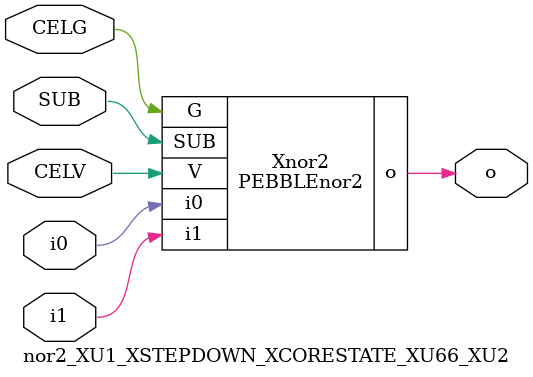
<source format=v>



module PEBBLEnor2 ( o, G, SUB, V, i0, i1 );

  input i0;
  input V;
  input i1;
  input G;
  output o;
  input SUB;
endmodule

//Celera Confidential Do Not Copy nor2_XU1_XSTEPDOWN_XCORESTATE_XU66_XU2
//Celera Confidential Symbol Generator
//nor2
module nor2_XU1_XSTEPDOWN_XCORESTATE_XU66_XU2 (CELV,CELG,i0,i1,o,SUB);
input CELV;
input CELG;
input i0;
input i1;
input SUB;
output o;

//Celera Confidential Do Not Copy nor2
PEBBLEnor2 Xnor2(
.V (CELV),
.i0 (i0),
.i1 (i1),
.o (o),
.SUB (SUB),
.G (CELG)
);
//,diesize,PEBBLEnor2

//Celera Confidential Do Not Copy Module End
//Celera Schematic Generator
endmodule

</source>
